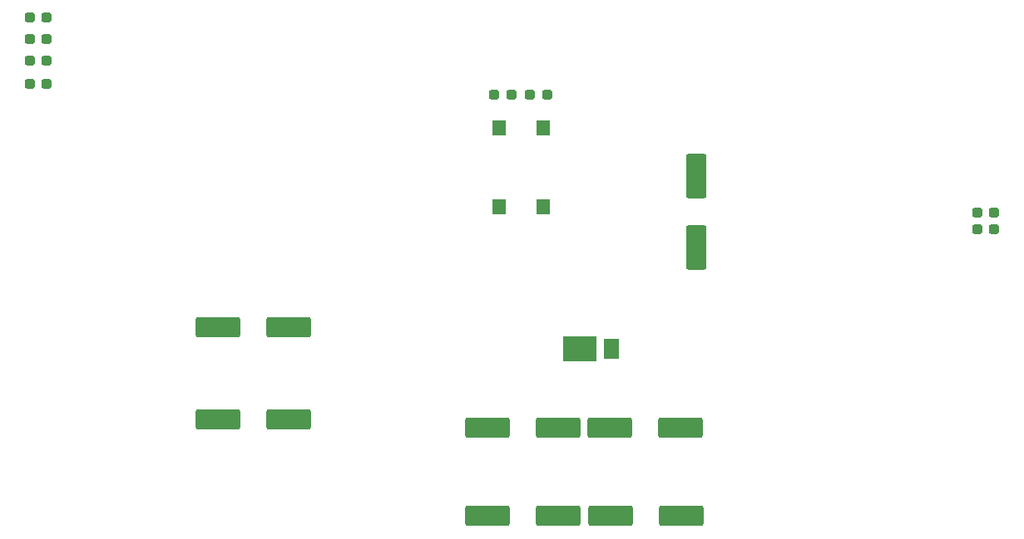
<source format=gbr>
%TF.GenerationSoftware,KiCad,Pcbnew,(6.0.11)*%
%TF.CreationDate,2024-02-10T22:55:27+09:00*%
%TF.ProjectId,LargeMD,4c617267-654d-4442-9e6b-696361645f70,rev?*%
%TF.SameCoordinates,Original*%
%TF.FileFunction,Paste,Top*%
%TF.FilePolarity,Positive*%
%FSLAX46Y46*%
G04 Gerber Fmt 4.6, Leading zero omitted, Abs format (unit mm)*
G04 Created by KiCad (PCBNEW (6.0.11)) date 2024-02-10 22:55:27*
%MOMM*%
%LPD*%
G01*
G04 APERTURE LIST*
G04 Aperture macros list*
%AMRoundRect*
0 Rectangle with rounded corners*
0 $1 Rounding radius*
0 $2 $3 $4 $5 $6 $7 $8 $9 X,Y pos of 4 corners*
0 Add a 4 corners polygon primitive as box body*
4,1,4,$2,$3,$4,$5,$6,$7,$8,$9,$2,$3,0*
0 Add four circle primitives for the rounded corners*
1,1,$1+$1,$2,$3*
1,1,$1+$1,$4,$5*
1,1,$1+$1,$6,$7*
1,1,$1+$1,$8,$9*
0 Add four rect primitives between the rounded corners*
20,1,$1+$1,$2,$3,$4,$5,0*
20,1,$1+$1,$4,$5,$6,$7,0*
20,1,$1+$1,$6,$7,$8,$9,0*
20,1,$1+$1,$8,$9,$2,$3,0*%
G04 Aperture macros list end*
%ADD10R,3.400000X2.600000*%
%ADD11R,1.500000X2.000000*%
%ADD12RoundRect,0.237500X-0.287500X-0.237500X0.287500X-0.237500X0.287500X0.237500X-0.287500X0.237500X0*%
%ADD13RoundRect,0.250001X1.999999X0.799999X-1.999999X0.799999X-1.999999X-0.799999X1.999999X-0.799999X0*%
%ADD14RoundRect,0.250001X-1.999999X-0.799999X1.999999X-0.799999X1.999999X0.799999X-1.999999X0.799999X0*%
%ADD15RoundRect,0.250001X0.799999X-1.999999X0.799999X1.999999X-0.799999X1.999999X-0.799999X-1.999999X0*%
%ADD16R,1.400000X1.600000*%
%ADD17RoundRect,0.237500X0.287500X0.237500X-0.287500X0.237500X-0.287500X-0.237500X0.287500X-0.237500X0*%
G04 APERTURE END LIST*
D10*
%TO.C,D2*%
X101490000Y-72750000D03*
D11*
X104710000Y-72750000D03*
%TD*%
D12*
%TO.C,D14*%
X96475000Y-46830000D03*
X98225000Y-46830000D03*
%TD*%
D13*
%TO.C,C18*%
X71930000Y-79920000D03*
X64730000Y-79920000D03*
%TD*%
D12*
%TO.C,D6*%
X45525000Y-38900000D03*
X47275000Y-38900000D03*
%TD*%
D14*
%TO.C,C14*%
X104600000Y-80750000D03*
X111800000Y-80750000D03*
%TD*%
D15*
%TO.C,C13*%
X113350000Y-62350000D03*
X113350000Y-55150000D03*
%TD*%
D13*
%TO.C,C16*%
X99350000Y-89750000D03*
X92150000Y-89750000D03*
%TD*%
D12*
%TO.C,D4*%
X45550000Y-43300000D03*
X47300000Y-43300000D03*
%TD*%
D14*
%TO.C,C19*%
X64705000Y-70540000D03*
X71905000Y-70540000D03*
%TD*%
D12*
%TO.C,D5*%
X45550000Y-45700000D03*
X47300000Y-45700000D03*
%TD*%
%TO.C,D3*%
X45525000Y-41100000D03*
X47275000Y-41100000D03*
%TD*%
D14*
%TO.C,C17*%
X104650000Y-89750000D03*
X111850000Y-89750000D03*
%TD*%
D12*
%TO.C,D18*%
X141975000Y-58830000D03*
X143725000Y-58830000D03*
%TD*%
D13*
%TO.C,C15*%
X99350000Y-80750000D03*
X92150000Y-80750000D03*
%TD*%
D16*
%TO.C,SW4*%
X93280000Y-50240000D03*
X93280000Y-58240000D03*
X97780000Y-58240000D03*
X97780000Y-50240000D03*
%TD*%
D17*
%TO.C,D19*%
X143715355Y-60564645D03*
X141965355Y-60564645D03*
%TD*%
%TO.C,D11*%
X94597500Y-46850000D03*
X92847500Y-46850000D03*
%TD*%
M02*

</source>
